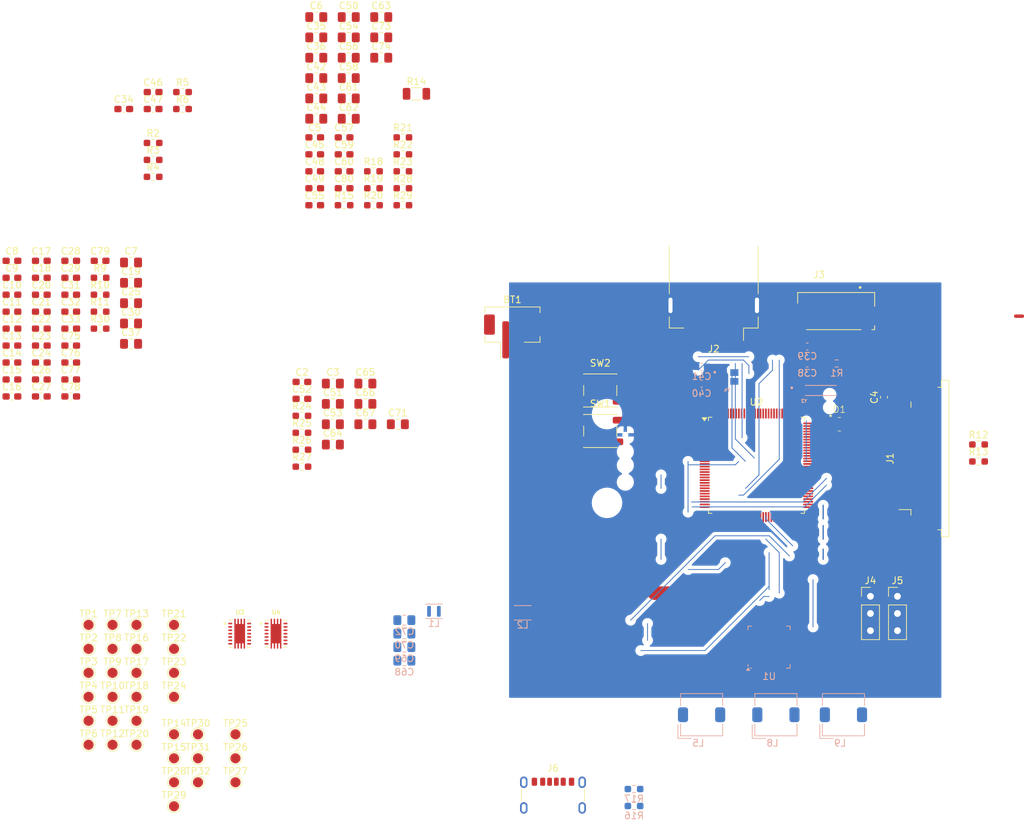
<source format=kicad_pcb>
(kicad_pcb (version 20241229) (generator "pcbnew") (generator_version "9.0")
  (layers (0 "F.Cu" signal) (4 "In1.Cu" signal) (6 "In2.Cu" signal) (8 "In3.Cu" signal) (10 "In4.Cu" signal) (2 "B.Cu" signal) (13 "F.Paste" user) (15 "B.Paste" user) (5 "F.SilkS" user "F.Silkscreen") (7 "B.SilkS" user "B.Silkscreen") (1 "F.Mask" user) (3 "B.Mask" user) (25 "Edge.Cuts" user))
  (net 0 "")
  (net 1 "SDC0_CMD")
  (net 2 "SDC0_D1")
  (net 3 "X32KIN")
  (net 4 "X32KOUT")
  (net 5 "SDC0_D2")
  (net 6 "SDC0_D3")
  (net 7 "SDC0_D0")
  (net 8 "SVREF")
  (net 9 "GND")
  (net 10 "VCC-DRAM")
  (net 11 "VBAT")
  (net 12 "HPVCC")
  (net 13 "Net-(U1-CHSENSE)")
  (net 14 "VDD-CPU")
  (net 15 "VCC-RTC")
  (net 16 "AVCC")
  (net 17 "VIPS")
  (net 18 "MCSI_D1_N")
  (net 19 "GNDA")
  (net 20 "Net-(U1-VREF)")
  (net 21 "VINT")
  (net 22 "VBUS")
  (net 23 "MCSI_D0_N")
  (net 24 "MCSI_D0_P")
  (net 25 "Net-(U1-PWRON)")
  (net 26 "Net-(U1-N_OE)")
  (net 27 "Net-(U1-LD04)")
  (net 28 "Net-(U1-LDO3)")
  (net 29 "VRA2")
  (net 30 "VRA1")
  (net 31 "PGOOD")
  (net 32 "Net-(D1-GA)")
  (net 33 "CHGLED")
  (net 34 "Net-(D1-RA)")
  (net 35 "Net-(D1-BA)")
  (net 36 "CAM_EN0")
  (net 38 "CSI_SCK")
  (net 41 "SZQ")
  (net 42 "UART0_TX")
  (net 43 "UART0_RX")
  (net 44 "UART2_RX")
  (net 45 "UART2_TX")
  (net 46 "Net-(J6-CC1)")
  (net 47 "Net-(J6-CC2)")
  (net 48 "Net-(L1-Pad2)")
  (net 49 "Net-(L1-Pad1)")
  (net 50 "X24MOUT")
  (net 51 "Net-(L2-Pad1)")
  (net 52 "SDC0_CLK")
  (net 53 "MCSI_CK_P")
  (net 54 "Net-(L2-Pad2)")
  (net 55 "Net-(U1-LX1)")
  (net 56 "Net-(U1-LX2)")
  (net 57 "MCSI_CK_N")
  (net 58 "Net-(U1-LX3)")
  (net 59 "Net-(U1-BIAS)")
  (net 60 "MCSI_D1_P")
  (net 61 "USB_P")
  (net 62 "X24MIN")
  (net 63 "RTC-VIO")
  (net 64 "Net-(R20-Pad1)")
  (net 65 "Net-(R21-Pad1)")
  (net 66 "Net-(U1-N_VBUSEN)")
  (net 67 "STATUS_LED")
  (net 68 "USB_N")
  (net 69 "RESET")
  (net 70 "CSI_SDA")
  (net 71 "PWREN")
  (net 72 "Net-(U3-FB)")
  (net 78 "+5V")
  (net 82 "TWI0_SCK")
  (net 83 "IRQ")
  (net 84 "TWI0_SDA")
  (net 136 "Net-(U4-FB)")
  (footprint "Capacitor_SMD:C_0603_1608Metric_Pad1.08x0.95mm_HandSolder" (layer "F.Cu") (at 50.61 70.315)
    (property "Reference" "C29")
    (property "Value" "0.1u")
  )
  (footprint "BackupCamCustomParts:IC_TPS63020DSJT" (layer "F.Cu") (at 81 123)
    (property "Reference" "U4")
    (property "Value" "TPS63020")
  )
  (footprint "Capacitor_SMD:C_0805_2012Metric_Pad1.18x1.45mm_HandSolder" (layer "F.Cu") (at 91.77 43.765)
    (property "Reference" "C61")
    (property "Value" "4.7u")
  )
  (footprint "Capacitor_SMD:C_0603_1608Metric_Pad1.08x0.95mm_HandSolder" (layer "F.Cu") (at 41.91 75.335)
    (property "Reference" "C11")
    (property "Value" "0.1u")
  )
  (footprint "TestPoint:TestPoint_Pad_D1.5mm" (layer "F.Cu") (at 65.9 125.25)
    (property "Reference" "TP22")
    (property "Value" "3V3")
  )
  (footprint "NetTie:NetTie-2_SMD_Pad2.0mm" (layer "F.Cu") (at 139 117)
    (property "Reference" "NT1" (hide yes))
    (property "Value" "NetTie_2" (hide yes))
  )
  (footprint "Resistor_SMD:R_0603_1608Metric_Pad0.98x0.95mm_HandSolder" (layer "F.Cu") (at 67.16 42.825)
    (property "Reference" "R5")
    (property "Value" "47k")
  )
  (footprint "Capacitor_SMD:C_0603_1608Metric_Pad1.08x0.95mm_HandSolder" (layer "F.Cu") (at 50.61 87.885)
    (property "Reference" "C78")
    (property "Value" "0.1u")
  )
  (footprint "TestPoint:TestPoint_Pad_D1.5mm" (layer "F.Cu") (at 53.25 132.35)
    (property "Reference" "TP4")
    (property "Value" "1V8")
  )
  (footprint "TestPoint:TestPoint_Pad_D1.5mm" (layer "F.Cu") (at 56.8 128.8)
    (property "Reference" "TP9")
    (property "Value" "PGOOD")
  )
  (footprint "Resistor_SMD:R_0603_1608Metric_Pad0.98x0.95mm_HandSolder" (layer "F.Cu") (at 185 95)
    (property "Reference" "R12")
    (property "Value" "4.7k")
  )
  (footprint "Capacitor_SMD:C_0603_1608Metric_Pad1.08x0.95mm_HandSolder" (layer "F.Cu") (at 86.73 52.045)
    (property "Reference" "C45")
    (property "Value" "0.1u")
  )
  (footprint "Resistor_SMD:R_0603_1608Metric_Pad0.98x0.95mm_HandSolder" (layer "F.Cu") (at 54.96 70.315)
    (property "Reference" "R9")
    (property "Value" "2k")
  )
  (footprint "Capacitor_SMD:C_0805_2012Metric_Pad1.18x1.45mm_HandSolder" (layer "F.Cu") (at 86.96 37.745)
    (property "Reference" "C36")
    (property "Value" "10u")
  )
  (footprint "Capacitor_SMD:C_0805_2012Metric_Pad1.18x1.45mm_HandSolder" (layer "F.Cu") (at 89.4175 95.01)
    (property "Reference" "C64")
    (property "Value" "10u")
  )
  (footprint "Capacitor_SMD:C_0805_2012Metric_Pad1.18x1.45mm_HandSolder" (layer "F.Cu") (at 86.96 34.735)
    (property "Reference" "C35")
    (property "Value" "10u")
  )
  (footprint "Capacitor_SMD:C_0603_1608Metric_Pad1.08x0.95mm_HandSolder" (layer "F.Cu") (at 46.26 80.355)
    (property "Reference" "C23")
    (property "Value" "0.1u")
  )
  (footprint "Capacitor_SMD:C_0603_1608Metric_Pad1.08x0.95mm_HandSolder" (layer "F.Cu") (at 84.8375 85.73)
    (property "Reference" "C2")
    (property "Value" "0.1u")
  )
  (footprint "Capacitor_SMD:C_0805_2012Metric_Pad1.18x1.45mm_HandSolder" (layer "F.Cu") (at 91.77 34.735)
    (property "Reference" "C54")
    (property "Value" "10u")
  )
  (footprint "TestPoint:TestPoint_Pad_D1.5mm" (layer "F.Cu") (at 69.45 137.9)
    (property "Reference" "TP30")
    (property "Value" "GND")
  )
  (footprint "Capacitor_SMD:C_0603_1608Metric_Pad1.08x0.95mm_HandSolder" (layer "F.Cu") (at 46.26 85.375)
    (property "Reference" "C26")
    (property "Value" "1u")
  )
  (footprint "Capacitor_SMD:C_0603_1608Metric_Pad1.08x0.95mm_HandSolder" (layer "F.Cu") (at 41.91 72.825)
    (property "Reference" "C10")
    (property "Value" "1u")
  )
  (footprint "Capacitor_SMD:C_0805_2012Metric_Pad1.18x1.45mm_HandSolder" (layer "F.Cu") (at 59.54 71.065)
    (property "Reference" "C19")
    (property "Value" "10u")
  )
  (footprint "Capacitor_SMD:C_0805_2012Metric_Pad1.18x1.45mm_HandSolder" (layer "F.Cu") (at 89.4175 85.98)
    (property "Reference" "C3")
    (property "Value" "22u")
  )
  (footprint "Capacitor_SMD:C_0805_2012Metric_Pad1.18x1.45mm_HandSolder" (layer "F.Cu") (at 86.96 43.765)
    (property "Reference" "C43")
    (property "Value" "10u")
  )
  (footprint "Connector_USB:USB_A_Receptacle_GCT_USB1046" (layer "F.Cu") (at 145.8 70.85 180)
    (property "Reference" "J2")
    (property "Value" "USB_A")
  )
  (footprint "Capacitor_SMD:C_0805_2012Metric_Pad1.18x1.45mm_HandSolder" (layer "F.Cu") (at 89.4175 88.99)
    (property "Reference" "C51")
    (property "Value" "22u")
  )
  (footprint "Button_Switch_SMD:SW_SPST_PTS647_Sx38" (layer "F.Cu") (at 129 87)
    (property "Reference" "SW2")
    (property "Value" "RST")
  )
  (footprint "TestPoint:TestPoint_Pad_D1.5mm" (layer "F.Cu") (at 56.8 132.35)
    (property "Reference" "TP10")
    (property "Value" "RST")
  )
  (footprint "Capacitor_SMD:C_0603_1608Metric_Pad1.08x0.95mm_HandSolder" (layer "F.Cu") (at 41.91 82.865)
    (property "Reference" "C14")
    (property "Value" "0.1u")
  )
  (footprint "Capacitor_SMD:C_0805_2012Metric_Pad1.18x1.45mm_HandSolder" (layer "F.Cu") (at 96.58 31.725)
    (property "Reference" "C63")
    (property "Value" "10u")
  )
  (footprint "TestPoint:TestPoint_Pad_D1.5mm" (layer "F.Cu") (at 53.25 139.45)
    (property "Reference" "TP6")
    (property "Value" "VINT")
  )
  (footprint "TestPoint:TestPoint_Pad_D1.5mm" (layer "F.Cu") (at 60.35 121.7)
    (property "Reference" "TP13")
    (property "Value" "NOE")
  )
  (footprint "Capacitor_SMD:C_0603_1608Metric_Pad1.08x0.95mm_HandSolder" (layer "F.Cu") (at 58.46 45.335)
    (property "Reference" "C34")
    (property "Value" "0.1u")
  )
  (footprint "TestPoint:TestPoint_Pad_D1.5mm" (layer "F.Cu") (at 75 137.9)
    (property "Reference" "TP25")
    (property "Value" "CSCK")
  )
  (footprint "TestPoint:TestPoint_Pad_D1.5mm" (layer "F.Cu") (at 60.35 139.45)
    (property "Reference" "TP20")
    (property "Value" "CHS")
  )
  (footprint "Capacitor_SMD:C_0603_1608Metric_Pad1.08x0.95mm_HandSolder" (layer "F.Cu") (at 86.73 49.535)
    (property "Reference" "C5")
    (property "Value" "1u")
  )
  (footprint "Connector_JST:JST_PH_B2B-PH-SM4-TB_1x02-1MP_P2.00mm_Vertical" (layer "F.Cu") (at 116 79)
    (property "Reference" "BT1")
    (property "Value" "B2B-PH-SM4-TB")
  )
  (footprint "TestPoint:TestPoint_Pad_D1.5mm" (layer "F.Cu") (at 56.8 125.25)
    (property "Reference" "TP8")
    (property "Value" "VRTC")
  )
  (footprint "Resistor_SMD:R_0603_1608Metric_Pad0.98x0.95mm_HandSolder" (layer "F.Cu") (at 91.08 59.575)
    (property "Reference" "R15")
    (property "Value" "200k")
  )
  (footprint "Capacitor_SMD:C_0603_1608Metric_Pad1.08x0.95mm_HandSolder" (layer "F.Cu") (at 46.26 87.885)
    (property "Reference" "C27")
    (property "Value" "1u")
  )
  (footprint "Resistor_SMD:R_0603_1608Metric_Pad0.98x0.95mm_HandSolder" (layer "F.Cu") (at 95.43 57.065)
    (property "Reference" "R19")
    (property "Value" "470")
  )
  (footprint "Capacitor_SMD:C_0805_2012Metric_Pad1.18x1.45mm_HandSolder" (layer "F.Cu") (at 91.77 40.755)
    (property "Reference" "C58")
    (property "Value" "10u")
  )
  (footprint "Connector_PinHeader_2.54mm:PinHeader_1x03_P2.54mm_Vertical" (layer "F.Cu") (at 173 117.475)
    (property "Reference" "J5")
    (property "Value" "UART_2")
  )
  (footprint "TestPoint:TestPoint_Pad_D1.5mm" (layer "F.Cu") (at 53.25 121.7)
    (property "Reference" "TP1")
    (property "Value" "VBAT")
  )
  (footprint "TestPoint:TestPoint_Pad_D1.5mm" (layer "F.Cu") (at 65.9 132.35)
    (property "Reference" "TP24")
    (property "Value" "5V0FB")
  )
  (footprint "Capacitor_SMD:C_0805_2012Metric_Pad1.18x1.45mm_HandSolder" (layer "F.Cu") (at 86.96 46.775)
    (property "Reference" "C44")
    (property "Value" "4.7u")
  )
  (footprint "Resistor_SMD:R_0603_1608Metric_Pad0.98x0.95mm_HandSolder" (layer "F.Cu") (at 95.43 59.575)
    (property "Reference" "R20")
    (property "Value" "1k")
  )
  (footprint "Capacitor_SMD:C_0603_1608Metric_Pad1.08x0.95mm_HandSolder" (layer "F.Cu") (at 62.81 42.825)
    (property "Reference" "C46")
    (property "Value" "0.1u")
  )
  (footprint "Resistor_SMD:R_0603_1608Metric_Pad0.98x0.95mm_HandSolder" (layer "F.Cu") (at 99.78 57.065)
    (property "Reference" "R28")
    (property "Value" "470")
  )
  (footprint "Capacitor_SMD:C_0805_2012Metric_Pad1.18x1.45mm_HandSolder" (layer "F.Cu") (at 59.54 80.095)
    (property "Reference" "C37")
    (property "Value" "4.7u")
  )
  (footprint "Capacitor_SMD:C_0805_2012Metric_Pad1.18x1.45mm_HandSolder" (layer "F.Cu") (at 91.77 31.725)
    (property "Reference" "C50")
    (property "Value" "10u")
  )
  (footprint "Capacitor_SMD:C_0603_1608Metric_Pad1.08x0.95mm_HandSolder" (layer "F.Cu") (at 50.61 85.375)
    (property "Reference" "C77")
    (property "Value" "0.1u")
  )
  (footprint "Capacitor_SMD:C_0805_2012Metric_Pad1.18x1.45mm_HandSolder" (layer "F.Cu") (at 94.2275 85.98)
    (property "Reference" "C65")
    (property "Value" "10u")
  )
  (footprint "Capacitor_SMD:C_0603_1608Metric_Pad1.08x0.95mm_HandSolder" (layer "F.Cu") (at 50.61 77.845)
    (property "Reference" "C33")
    (property "Value" "0.1u")
  )
  (footprint "Capacitor_SMD:C_0603_1608Metric_Pad1.08x0.95mm_HandSolder" (layer "F.Cu") (at 86.73 59.575)
    (property "Reference" "C55")
    (property "Value" "1n")
  )
  (footprint "Capacitor_SMD:C_0603_1608Metric_Pad1.08x0.95mm_HandSolder" (layer "F.Cu") (at 50.61 82.865)
    (property "Reference" "C76")
    (property "Value" "0.1u")
  )
  (footprint "TestPoint:TestPoint_Pad_D1.5mm" (layer "F.Cu") (at 60.35 125.25)
    (property "Reference" "TP16")
    (property "Value" "3.0V")
  )
  (footprint "Resistor_SMD:R_1206_3216Metric" (layer "F.Cu") (at 101.79 43.085)
    (property "Reference" "R14")
    (property "Value" "0.03")
  )
  (footprint "Capacitor_SMD:C_0805_2012Metric_Pad1.18x1.45mm_HandSolder" (layer "F.Cu") (at 89.4175 92)
    (property "Reference" "C53")
    (property "Value" "10u")
  )
  (footprint "TestPoint:TestPoint_Pad_D1.5mm" (layer "F.Cu") (at 65.9 141.45)
    (property "Reference" "TP15")
    (property "Value" "SZQ")
  )
  (footprint "TestPoint:TestPoint_Pad_D1.5mm" (layer "F.Cu") (at 60.35 128.8)
    (property "Reference" "TP17")
    (property "Value" "SCK0")
  )
  (footprint "TestPoint:TestPoint_Pad_D1.5mm" (layer "F.Cu") (at 69.45 141.45)
    (property "Reference" "TP31")
    (property "Value" "GND")
  )
  (footprint "TestPoint:TestPoint_Pad_D1.5mm" (layer "F.Cu") (at 53.25 135.9)
    (property "Reference" "TP5")
    (property "Value" "VBUS")
  )
  (footprint "Capacitor_SMD:C_0603_1608Metric_Pad1.08x0.95mm_HandSolder" (layer "F.Cu") (at 46.26 72.825)
    (property "Reference" "C20")
    (property "Value" "1u")
  )
  (footprint "Capacitor_SMD:C_0603_1608Metric_Pad1.08x0.95mm_HandSolder" (layer "F.Cu") (at 91.08 54.555)
    (property "Reference" "C60")
    (property "Value" "0.1u")
  )
  (footprint "NetTie:NetTie-2_SMD_Pad0.5mm" (layer "F.Cu") (at 191 76)
    (property "Reference" "NT2" (hide yes))
    (property "Value" "NetTie_2" (hide yes))
  )
  (footprint "Capacitor_SMD:C_0603_1608Metric_Pad1.08x0.95mm_HandSolder" (layer "F.Cu") (at 46.26 70.315)
    (property "Reference" "C18")
    (property "Value" "0.1u")
  )
  (footprint "Resistor_SMD:R_0603_1608Metric_Pad0.98x0.95mm_HandSolder" (layer "F.Cu") (at 84.8375 90.75)
    (property "Reference" "R24")
    (property "Value" "1.62M")
  )
  (footprint "Capacitor_SMD:C_0603_1608Metric_Pad1.08x0.95mm_HandSolder" (layer "F.Cu") (at 91.08 52.045)
    (property "Reference" "C59")
    (property "Value" "0.1u")
  )
  (footprint "Resistor_SMD:R_0603_1608Metric_Pad0.98x0.95mm_HandSolder" (layer "F.Cu") (at 67.16 45.335)
    (property "Reference" "R6")
    (property "Value" "47k")
  )
  (footprint "Connector_FFC-FPC:TE_1-84952-5_1x15-1MP_P1.0mm_Horizontal" (layer "F.Cu") (at 175.9 97.075 90)
    (property "Reference" "J1")
    (property "Value" "MIPI-CSI2")
  )
  (footprint "TestPoint:TestPoint_Pad_D1.5mm" (layer "F.Cu") (at 69.45 145)
    (property "Reference" "TP32")
    (property "Value" "GND")
  )
  (footprint "TestPoint:TestPoint_Pad_D1.5mm" (layer "F.Cu") (at 65.9 137.9)
    (property "Reference" "TP14")
    (property "Value" "SVREF")
  )
  (footprint "Capacitor_SMD:C_0603_1608Metric_Pad1.08x0.95mm_HandSolder" (layer "F.Cu") (at 46.26 75.335)
    (property "Reference" "C21")
    (property "Value" "1u")
  )
  (footprint "Resistor_SMD:R_0603_1608Metric_Pad0.98x0.95mm_HandSolder" (layer "F.Cu") (at 99.78 52.045)
    (property "Reference" "R22")
    (property "Value" "0")
  )
  (footprint "Capacitor_SMD:C_0603_1608Metric_Pad1.08x0.95mm_HandSolder" (layer "F.Cu") (at 50.61 80.355)
    (property "Reference" "C75")
    (property "Value" "0.1u")
  )
  (footprint "Capacitor_SMD:C_0603_1608Metric_Pad1.08x0.95mm_HandSolder" (layer "F.Cu") (at 86.73 54.555)
    (property "Reference" "C48")
    (property "Value" "1u")
  )
  (footprint "Capacitor_SMD:C_0603_1608Metric_Pad1.08x0.95mm_HandSolder" (layer "F.Cu") (at 91.08 49.535)
    (property "Reference" "C57")
    (property "Value" "1n")
  )
  (footprint "Capacitor_SMD:C_0603_1608Metric_Pad1.08x0.95mm_HandSolder" (layer "F.Cu") (at 46.26 82.865)
    (property "Reference" "C24")
    (property "Value" "0.1u")
  )
  (footprint "TestPoint:TestPoint_Pad_D1.5mm" (layer "F.Cu") (at 56.8 135.9)
    (property "Reference" "TP11")
    (property "Value" "STAT")
  )
  (footprint "Resistor_SMD:R_0603_1608Metric_Pad0.98x0.95mm_HandSolder" (layer "F.Cu") (at 54.96 77.845)
    (property "Reference" "R30")
    (property "Value" "200k")
  )
  (footprint "Capacitor_SMD:C_0603_1608Metric_Pad1.08x0.95mm_HandSolder" (layer "F.Cu") (at 171 88 90)
    (property "Reference" "C4")
    (property "Value" "1u")
  )
  (footprint "Capacitor_SMD:C_0805_2012Metric_Pad1.18x1.45mm_HandSolder" (layer "F.Cu") (at 59.54 68.055)
    (property "Reference" "C7")
    (property "Value" "10u")
  )
  (footprint "Capacitor_SMD:C_0805_2012Metric_Pad1.18x1.45mm_HandSolder" (layer "F.Cu") (at 91.77 46.775)
    (property "Reference" "C62")
    (property "Value" "10u")
  )
  (footprint "Capacitor_SMD:C_0603_1608Metric_Pad1.08x0.95mm_HandSolder" (layer "F.Cu") (at 54.96 67.805)
    (property "Reference" "C79")
    (property "Value" "0.1u")
  )
  (footprint "Resistor_SMD:R_0603_1608Metric_Pad0.98x0.95mm_HandSolder" (layer "F.Cu") (at 99.78 59.575)
    (property "Reference" "R29")
    (property "Value" "470")
  )
  (footprint "TestPoint:TestPoint_Pad_D1.5mm" (layer "F.Cu") (at 75 141.45)
    (property "Reference" "TP26")
    (property "Value" "CSDA")
  )
  (footprint "Capacitor_SMD:C_0603_1608Metric_Pad1.08x0.95mm_HandSolder" (layer "F.Cu") (at 50.61 75.335)
    (property "Reference" "C32")
    (property "Value" "0.1u")
  )
  (footprint "Capacitor_SMD:C_0805_2012Metric_Pad1.18x1.45mm_HandSolder" (layer "F.Cu") (at 59.54 74.075)
    (property "Reference" "C25")
    (property "Value" "10u")
  )
  (footprint "Capacitor_SMD:C_0805_2012Metric_Pad1.18x1.45mm_HandSolder" (layer "F.Cu") (at 99.0375 92)
    (property "Reference" "C71")
    (property "Value" "10u")
  )
  (footprint "Resistor_SMD:R_0603_1608Metric_Pad0.98x0.95mm_HandSolder" (layer "F.Cu") (at 185 97.51)
    (property "Reference" "R13")
    (property "Value" "4.7k")
  )
  (footprint "Capacitor_SMD:C_0603_1608Metric_Pad1.08x0.95mm_HandSolder" (layer "F.Cu") (at 41.91 87.885)
    (property "Reference" "C16")
    (property "Value" "0.1u")
  )
  (footprint "Resistor_SMD:R_0603_1608Metric_Pad0.98x0.95mm_HandSolder" (layer "F.Cu") (at 84.8375 95.77)
    (property "Reference" "R26")
    (property "Value" "768k")
  )
  (footprint "Connector_USB:USB_C_Receptacle_GCT_USB4125-xx-x_6P_TopMnt_Horizontal" (layer "F.Cu") (at 122 148)
    (property "Reference" "J6")
    (property "Value" "USB_C_Receptacle_PowerOnly_6P")
  )
  (footprint "Resistor_SMD:R_0603_1608Metric_Pad0.98x0.95mm_HandSolder" (layer "F.Cu") (at 99.78 49.535)
    (property "Reference" "R21")
    (property "Value" "1k")
  )
  (footprint "Capacitor_SMD:C_0603_1608Metric_Pad1.08x0.95mm_HandSolder" (layer "F.Cu") (at 41.91 67.805)
    (property "Reference" "C8")
    (property "Value" "1u")
  )
  (footprint "Capacitor_SMD:C_0805_2012Metric_Pad1.18x1.45mm_HandSolder" (layer "F.Cu") (at 91.77 37.745)
    (property "Reference" "C56")
    (property "Value" "10u")
  )
  (footprint "Capacitor_SMD:C_0603_1608Metric_Pad1.08x0.95mm_HandSolder" (layer "F.Cu") (at 62.81 45.335)
    (property "Reference" "C47")
    (property "Value" "1u")
  )
  (footprint "Resistor_SMD:R_0603_1608Metric_Pad0.98x0.95mm_HandSolder" (layer "F.Cu") (at 62.81 50.355)
    (property "Reference" "R2")
    (property "Value" "47k")
  )
  (footprint "Capacitor_SMD:C_0805_2012Metric_Pad1.18x1.45mm_HandSolder" (layer "F.Cu") (at 59.54 77.085)
    (property "Reference" "C30")
    (property "Value" "10u")
  )
  (footprint "Capacitor_SMD:C_0603_1608Metric_Pad1.08x0.95mm_HandSolder" (layer "F.Cu") (at 41.91 77.845)
    (property "Reference" "C12")
    (property "Value" "0.1u")
  )
  (footprint "BackupCamCustomParts:RGB_LED IN-S66TFT5R5G5B" (layer "F.Cu") (at 164.4 92)
    (property "Reference" "D1")
    (property "Value" "LED_RGB")
  )
  (footprint "Capacitor_SMD:C_0805_2012Metric_Pad1.18x1.45mm_HandSolder" (layer "F.Cu") (at 96.58 37.745)
    (property "Reference" "C74")
    (property "Value" "4.7u")
  )
  (footprint "TestPoint:TestPoint_Pad_D1.5mm" (layer "F.Cu") (at 75 145)
    (property "Reference" "TP27")
    (property "Value" "CEN")
  )
  (footprint "Capacitor_SMD:C_0805_2012Metric_Pad1.18x1.45mm_HandSolder" (layer "F.Cu") (at 86.96 31.725)
    (property "Reference" "C6")
    (property "Value" "10u")
  )
  (footprint "Resistor_SMD:R_0603_1608Metric_Pad0.98x0.95mm_HandSolder" (layer "F.Cu") (at 95.43 54.555)
    (property "Reference" "R18")
    (property "Value" "47k")
  )
  (footprint "Capacitor_SMD:C_0603_1608Metric_Pad1.08x0.95mm_HandSolder" (layer "F.Cu") (at 46.26 77.845)
    (property "Reference" "C22")
    (property "Value" "0.1u")
  )
  (footprint "Capacitor_SMD:C_0805_2012Metric_Pad1.18x1.45mm_HandSolder" (layer "F.Cu") (at 94.2275 92)
    (property "Reference" "C67")
    (property "Value" "10u")
  )
  (footprint "TestPoint:TestPoint_Pad_D1.5mm" (layer "F.Cu") (at 56.8 139.45)
    (property "Reference" "TP12")
    (property "Value" "PON")
  )
  (footprint "TestPoint:TestPoint_Pad_D1.5mm" (layer "F.Cu") (at 60.35 132.35)
    (property "Reference" "TP18")
    (property "Value" "SDA0")
  )
  (footprint "Capacitor_SMD:C_0805_2012Metric_Pad1.18x1.45mm_HandSolder" (layer "F.Cu") (at 94.2275 88.99)
    (property "Reference" "C66")
    (property "Value" "10u")
  )
  (footprint "Capacitor_SMD:C_0603_1608Metric_Pad1.08x0.95mm_HandSolder" (layer "F.Cu") (at 86.73 57.065)
    (property "Reference" "C49")
    (property "Value" "1u")
  )
  (footprint "Capacitor_SMD:C_0603_1608Metric_Pad1.08x0.95mm_HandSolder" (layer "F.Cu") (at 50.61 72.825)
    (property "Reference" "C31")
    (property "Value" "1u")
  )
  (footprint "Capacitor_SMD:C_0603_1608Metric_Pad1.08x0.95mm_HandSolder" (layer "F.Cu") (at 41.91 70.315)
    (property "Reference" "C9")
    (property "Value" "1u")
  )
  (footprint "Capacitor_SMD:C_0805_2012Metric_Pad1.18x1.45mm_HandSolder" (layer "F.Cu") (at 86.96 40.755)
    (property "Reference" "C42")
    (property "Value" "10u")
  )
  (footprint "TestPoint:TestPoint_Pad_D1.5mm" (layer "F.Cu") (at 53.25 125.25)
    (property "Reference" "TP2")
    (property "Value" "VIPS")
  )
  (footprint "TestPoint:TestPoint_Pad_D1.5mm" (layer "F.Cu") (at 65.9 121.7)
    (property "Reference" "TP21")
    (property "Value" "5V")
  )
  (footprint "BackupCamCustomParts:IC_TPS63020DSJT" (layer "F.Cu") (at 75.625 123)
    (property "Reference" "U3")
    (property "Value" "TPS63020")
  )
  (footprint "Capacitor_SMD:C_0603_1608Metric_Pad1.08x0.95mm_HandSolder" (layer "F.Cu") (at 41.91 85.375)
    (property "Reference" "C15")
    (property "Value" "0.1u")
  )
  (footprint "Capacitor_SMD:C_0603_1608Metric_Pad1.08x0.95mm_HandSolder" (layer "F.Cu") (at 46.26 67.805)
    (property "Reference" "C17")
    (property "Value" "0.1u")
  )
  (footprint "TestPoint:TestPoint_Pad_D1.5mm" (layer "F.Cu") (at 65.9 148.55)
    (property "Reference" "TP29")
    (property "Value" "GND")
  )
  (footprint "Capacitor_SMD:C_0603_1608Metric_Pad1.08x0.95mm_HandSolder" (layer "F.Cu") (at 41.91 80.355)
    (property "Reference" "C13")
    (property "Value" "0.1u")
  )
  (footprint "Capacitor_SMD:C_0603_1608Metric_Pad1.08x0.95mm_HandSolder" (layer "F.Cu") (at 91.08 57.065)
    (property "Reference" "C80")
    (property "Value" "1u")
  )
  (footprint "Resistor_SMD:R_0603_1608Metric_Pad0.98x0.95mm_HandSolder" (layer "F.Cu") (at 62.81 55.375)
    (property "Reference" "R4")
    (property "Value" "47k")
  )
  (footprint "Capacitor_SMD:C_0805_2012Metric_Pad1.18x1.45mm_HandSolder" (layer "F.Cu") (at 96.58 34.735)
    (property "Reference" "C73")
    (property "Value" "4.7u")
  )
  (footprint "Capacitor_SMD:C_0603_1608Metric_Pad1.08x0.95mm_HandSolder" (layer "F.Cu") (at 84.8375 88.24)
    (property "Reference" "C52")
    (property "Value" "0.1u")
  )
  (footprint "Capacitor_SMD:C_0603_1608Metric_Pad1.08x0.95mm_HandSolder" (layer "F.Cu") (at 50.61 67.805)
    (property "Reference" "C28")
    (property "Value" "0.1u")
  )
  (footprint "Resistor_SMD:R_0603_1608Metric_Pad0.98x0.95mm_HandSolder" (layer "F.Cu") (at 54.96 72.825)
    (property "Reference" "R10")
    (property "Value" "2k")
  )
  (footprint "TestPoint:TestPoint_Pad_D1.5mm" (layer "F.Cu") (at 65.9 128.8)
    (property "Reference" "TP23")
    (property "Value" "3V3FB")
  )
  (footprint "BackupCamCustomParts:AMPHENOL_10067099-200LF" (layer "F.Cu") (at 163.925 75.25)
    (property "Reference" "J3")
    (property "Value" "SDA")
  )
  (footprint "Resistor_SMD:R_0603_1608Metric_Pad0.98x0.95mm_HandSolder" (layer "F.Cu") (at 84.8375 98.28)
    (property "Reference" "R27")
    (property "Value" "137k")
  )
  (footprint "Package_QFP:LQFP-128_14x14mm_P0.4mm" (layer "F.Cu") (at 152.125 98.075)
    (property "Reference" "U2")
    (property "Value" "V3s-eLQFP128")
  )
  (footprint "Resistor_SMD:R_0603_1608Metric_Pad0.98x0.95mm_HandSolder" (layer "F.Cu") (at 99.78 54.555)
    (property "Reference" "R23")
    (property "Value" "0")
  )
  (footprint "TestPoint:TestPoint_Pad_D1.5mm" (layer "F.Cu") (at 60.35 135.9)
    (property "Reference" "TP19")
    (property "Value" "PEN")
  )
  (footprint "Resistor_SMD:R_0603_1608Metric_Pad0.98x0.95mm_HandSolder" (layer "F.Cu") (at 54.96 75.335)
    (property "Reference" "R11")
    (property "Value" "240")
  )
  (footprint "Button_Switch_SMD:SW_SPST_PTS647_Sx38" (layer "F.Cu") (at 129 93)
    (property "Reference" "SW1")
    (property "Value" "PWR")
  )
  (footprint "Resistor_SMD:R_0603_1608Metric_Pad0.98x0.95mm_HandSolder" (layer "F.Cu") (at 84.8375 93.26)
    (property "Reference" "R25")
    (property "Value" "180k")
  )
  (footprint "TestPoint:TestPoint_Pad_D1.5mm" (layer "F.Cu") (at 53.25 128.8)
    (property "Reference" "TP3")
    (property "Value" "1V2")
  )
  (footprint "Resistor_SMD:R_0603_1608Metric_Pad0.98x0.95mm_HandSolder" (layer "F.Cu") (at 62.81 52.865)
    (property "Reference" "R3")
    (property "Value" "47k")
  )
  (footprint "TestPoint:TestPoint_Pad_D1.5mm" (layer "F.Cu") (at 65.9 145)
    (property "Reference" "TP28")
    (property "Value" "GND")
  )
  (footprint "Connector_PinHeader_2.54mm:PinHeader_1x03_P2.54mm_Vertical" (layer "F.Cu") (at 169 117.475)
    (property "Reference" "J4")
    (property "Value" "UART_0")
  )
  (footprint "TestPoint:TestPoint_Pad_D1.5mm" (layer "F.Cu") (at 56.8 121.7)
    (property "Reference" "TP7")
    (property "Value" "3.0V")
  )
  (footprint "Resistor_SMD:R_0603_1608Metric_Pad0.98x0.95mm_HandSolder" (layer "B.Cu") (at 134 146)
    (property "Reference" "R17")
    (property "Value" "5.1k")
  )
  (footprint "Resistor_SMD:R_0603_1608Metric_Pad0.98x0.95mm_HandSolder" (layer "B.Cu") (at 134 148.51)
    (property "Reference" "R16")
    (property "Value" "5.1k")
  )
  (footprint "Inductor_SMD:L_Murata_DFE201610P" (layer "B.Cu") (at 104.377592 119.692241)
    (property "Reference" "L1")
    (property "Value" "1uH")
  )
  (footprint "BackupCamCustomParts:XTAL_ECS-240-12-36-AGN-TR" (layer "B.Cu") (at 148 85)
    (property "Reference" "Y4")
    (property "Value" "24MHz XTAL")
  )
  (footprint "Capacitor_SMD:C_0603_1608Metric_Pad1.08x0.95mm_HandSolder" (layer "B.Cu") (at 144 83.49)
    (property "Reference" "C41")
    (property "Value" "18p")
  )
  (footprint "Capacitor_SMD:C_0805_2012Metric_Pad1.18x1.45mm_HandSolder" (layer "B.Cu") (at 100 121)
    (property "Reference" "C72")
    (property "Value" "10u")
  )
  (footprint "Capacitor_SMD:C_0603_1608Metric_Pad1.08x0.95mm_HandSolder" (layer "B.Cu") (at 159.65 83)
    (property "Reference" "C38")
    (property "Value" "18p")
  )
  (footprint "Capacitor_SMD:C_0805_2012Metric_Pad1.18x1.45mm_HandSolder" (layer "B.Cu") (at 100 123)
    (property "Reference" "C70")
    (property "Value" "10u")
  )
  (footprint "Capacitor_SMD:C_0805_2012Metric_Pad1.18x1.45mm_HandSolder" (layer "B.Cu") (at 100 127)
    (property "Reference" "C68")
    (property "Value" "10u")
  )
  (footprint "Inductor_SMD:L_TDK_SLF6045" (layer "B.Cu") (at 165 135)
    (property "Reference" "L9")
    (property "Value" "4.7uH")
  )
  (footprint "Capacitor_SMD:C_0603_1608Metric_Pad1.08x0.95mm_HandSolder" (layer "B.Cu") (at 144 86)
    (property "Reference" "C40")
    (property "Value" "18p")
  )
  (footprint "Resistor_SMD:R_0603_1608Metric_Pad0.98x0.95mm_HandSolder" (layer "B.Cu") (at 164 83)
    (property "Reference" "R1")
    (property "Value" "10M")
  )
  (footprint "Capacitor_SMD:C_0603_1608Metric_Pad1.08x0.95mm_HandSolder" (layer "B.Cu") (at 159.65 80.49)
    (property "Reference" "C39")
    (property "Value" "18p")
  )
  (footprint "Capacitor_SMD:C_0805_2012Metric_Pad1.18x1.45mm_HandSolder" (layer "B.Cu") (at 100 125)
    (property "Reference" "C69")
    (property "Value" "10u")
  )
  (footprint "Inductor_SMD:L_Murata_DFE201610P" (layer "B.Cu") (at 117.515802 119.917113)
    (property "Reference" "L2")
    (property "Value" "1uH")
  )
  (footprint "Inductor_SMD:L_TDK_SLF6045" (layer "B.Cu") (at 144 135)
    (property "Reference" "L5")
    (property "Value" "4.7uH")
  )
  (footprint "Inductor_SMD:L_TDK_SLF6045" (layer "B.Cu") (at 155 135)
    (property "Reference" "L8")
    (property "Value" "4.7uH")
  )
  (footprint "Package_DFN_QFN:QFN-48-1EP_6x6mm_P0.4mm_EP4.2x4.2mm" (layer "B.Cu") (at 154 125)
    (property "Reference" "U1")
    (property "Value" "AXP203")
  )
  (footprint "BackupCamCustomParts:XTAL_ECS-.327-12.5-38-TR" (layer "B.Cu") (at 161.65 87)
    (property "Reference" "Y2")
    (property "Value" "32.768kHz XTAL")
  )
  (segment (start 151 83.304914) (end 150.195086 82.5) (width 0.127) (layer "B.Cu") (net 0))
  (segment (start 150.195086 82.5) (end 145 82.5) (width 0.127) (layer "B.Cu") (net 0))
  (segment (start 151 82) (end 143.5 82) (width 0.127) (layer "B.Cu") (net 0))
  (segment (start 145 82.5) (end 143.5 84) (width 0.127) (layer "B.Cu") (net 0))
  (segment (start 151 84.5) (end 151 83.304914) (width 0.127) (layer "B.Cu") (net 0))
  (segment (start 150 83) (end 150 94) (width 0.127) (layer "B.Cu") (net 1))
  (segment (start 155.5 97.195086) (end 150.195086 102.5) (width 0.127) (layer "B.Cu") (net 2))
  (segment (start 155.5 82.5) (end 155.5 97.195086) (width 0.127) (layer "B.Cu") (net 2))
  (segment (start 150.195086 102.5) (end 149.5 102.5) (width 0.127) (layer "B.Cu") (net 2))
  (segment (start 159.5 91.5) (end 159.5 97.5) (width 0.127) (layer "B.Cu") (net 4))
  (segment (start 154.5 84) (end 152.5 86) (width 0.127) (layer "B.Cu") (net 7))
  (segment (start 154.5 82.5) (end 154.5 84) (width 0.127) (layer "B.Cu") (net 7))
  (segment (start 152.5 86) (end 152.5 99.5) (width 0.127) (layer "B.Cu") (net 7))
  (segment (start 152.5 99.5) (end 150.5 101.5) (width 0.127) (layer "B.Cu") (net 7))
  (segment (start 153.193672 117.5) (end 154 117.5) (width 0.127) (layer "B.Cu") (net 8))
  (segment (start 154 116) (end 154 116.5) (width 0.127) (layer "B.Cu") (net 8))
  (segment (start 152.596836 118.096836) (end 153.193672 117.5) (width 0.127) (layer "B.Cu") (net 8))
  (segment (start 144.5 125.5) (end 135 125.5) (width 0.127) (layer "B.Cu") (net 8))
  (segment (start 154 116) (end 144.5 125.5) (width 0.127) (layer "B.Cu") (net 8))
  (segment (start 154 111) (end 154 116) (width 0.127) (layer "B.Cu") (net 8))
  (segment (start 162 106) (end 162 104) (width 0.2) (layer "B.Cu") (net 9))
  (segment (start 160.5 122) (end 160.5 115) (width 0.127) (layer "B.Cu") (net 9))
  (segment (start 153.5 109) (end 155.5 111) (width 0.127) (layer "B.Cu") (net 9))
  (segment (start 155.5 111) (end 155.5 117) (width 0.127) (layer "B.Cu") (net 9))
  (segment (start 153.5 105.5) (end 153.5 106) (width 0.127) (layer "B.Cu") (net 12))
  (segment (start 142 113.5) (end 146.5 113.5) (width 0.127) (layer "B.Cu") (net 12))
  (segment (start 138 109) (end 138 112) (width 0.127) (layer "B.Cu") (net 12))
  (segment (start 153.5 106) (end 157.5 110) (width 0.127) (layer "B.Cu") (net 12))
  (segment (start 146.5 113.5) (end 147.5 112.5) (width 0.127) (layer "B.Cu") (net 12))
  (segment (start 138 101.5) (end 138 99.5) (width 0.127) (layer "B.Cu") (net 12))
  (segment (start 149 98) (end 149.5 97.5) (width 0.127) (layer "B.Cu") (net 14))
  (segment (start 142 98) (end 149 98) (width 0.127) (layer "B.Cu") (net 14))
  (segment (start 142 98) (end 142 97.5) (width 0.127) (layer "B.Cu") (net 14))
  (segment (start 142 105) (end 142 98) (width 0.127) (layer "B.Cu") (net 14))
  (segment (start 162 109) (end 162 107) (width 0.2) (layer "B.Cu") (net 18))
  (segment (start 136 124) (end 136 121.5) (width 0.127) (layer "B.Cu") (net 22))
  (segment (start 162 112) (end 162 110.5) (width 0.2) (layer "B.Cu") (net 23))
  (segment (start 133.5 121) (end 145.9915 108.5085) (width 0.127) (layer "B.Cu") (net 41))
  (segment (start 145.9915 108.5085) (end 154.0085 108.5085) (width 0.127) (layer "B.Cu") (net 41))
  (segment (start 154.0085 108.5085) (end 157 111.5) (width 0.127) (layer "B.Cu") (net 41))
  (segment (start 162.5 101) (end 159.275933 104.224067) (width 0.127) (layer "B.Cu") (net 45))
  (segment (start 159.275933 104.224067) (end 142.565267 104.224067) (width 0.127) (layer "B.Cu") (net 45))
  (segment (start 148.5 95.5) (end 150.5 97.5) (width 0.127) (layer "B.Cu") (net 52))
  (segment (start 148.5 84) (end 148.5 95.5) (width 0.127) (layer "B.Cu") (net 52))
  (segment (start 149 83) (end 149 94.1805) (width 0.127) (layer "B.Cu") (net 62))
  (segment (start 149 94.1805) (end 151.8195 97) (width 0.127) (layer "B.Cu") (net 62))
  (segment (start 162.5 100) (end 159 103.5) (width 0.127) (layer "B.Cu") (net 70))
  (segment (start 159 103.5) (end 142.5 103.5) (width 0.127) (layer "B.Cu") (net 70))
  (zone (net 78) (net_name "+5V") (layer "B.Cu") (priority 2) (connect_pads (clearance 0.5)) (min_thickness 0.25) (fill yes (thermal_gap 0.5) (thermal_bridge_width 0.5))
    (polygon (pts (xy 115.5 71) (xy 179.5 71) (xy 179.5 132.5) (xy 115.5 132.5)))
  )
)
</source>
